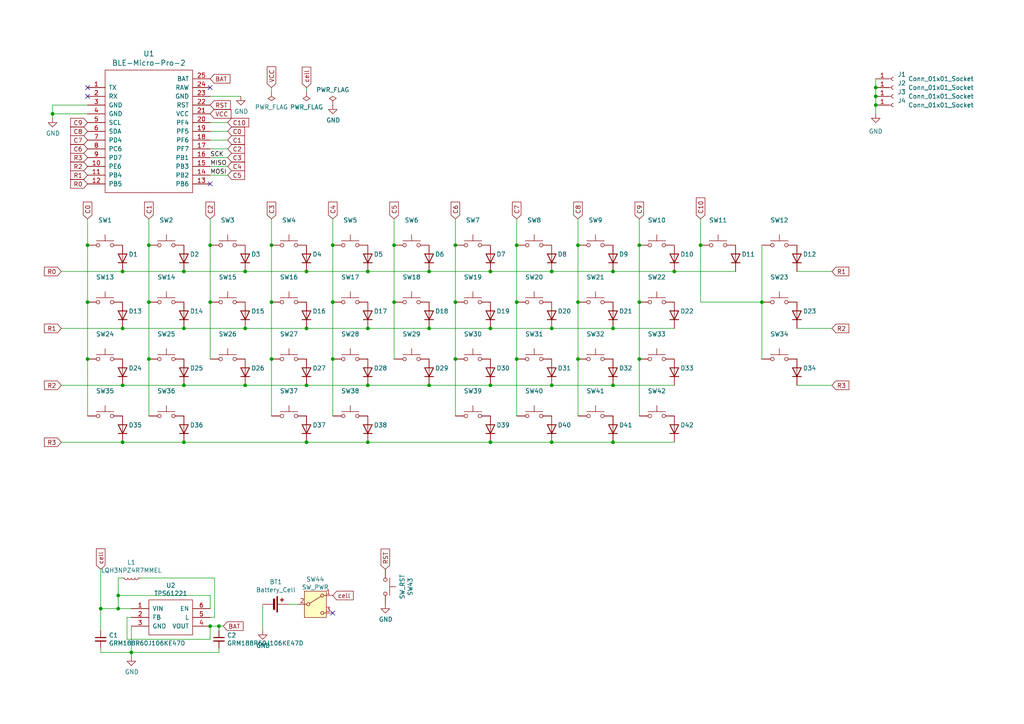
<source format=kicad_sch>
(kicad_sch (version 20250114) (generator "eeschema") (generator_version "9.0")
  (paper "A4")
  (junction (at 160.02 78.74))
  (junction (at 203.2 71.12))
  (junction (at 124.46 78.74))
  (junction (at 160.02 128.27))
  (junction (at 220.98 87.63))
  (junction (at 35.56 111.76))
  (junction (at 53.34 111.76))
  (junction (at 106.68 95.25))
  (junction (at 254 30.48))
  (junction (at 142.24 95.25))
  (junction (at 25.4 104.14))
  (junction (at 60.96 71.12))
  (junction (at 88.9 78.74))
  (junction (at 167.64 104.14))
  (junction (at 34.29 172.72))
  (junction (at 185.42 87.63))
  (junction (at 124.46 111.76))
  (junction (at 185.42 71.12))
  (junction (at 53.34 95.25))
  (junction (at 35.56 128.27))
  (junction (at 53.34 78.74))
  (junction (at 160.02 111.76))
  (junction (at 177.8 95.25))
  (junction (at 254 27.94))
  (junction (at 254 25.4))
  (junction (at 96.52 71.12))
  (junction (at 106.68 128.27))
  (junction (at 177.8 128.27))
  (junction (at 114.3 71.12))
  (junction (at 15.24 33.02))
  (junction (at 96.52 87.63))
  (junction (at 114.3 87.63))
  (junction (at 78.74 87.63))
  (junction (at 35.56 95.25))
  (junction (at 177.8 111.76))
  (junction (at 88.9 128.27))
  (junction (at 167.64 71.12))
  (junction (at 71.12 95.25))
  (junction (at 63.5 181.61))
  (junction (at 43.18 71.12))
  (junction (at 149.86 104.14))
  (junction (at 149.86 71.12))
  (junction (at 149.86 87.63))
  (junction (at 88.9 111.76))
  (junction (at 38.1 189.23))
  (junction (at 25.4 87.63))
  (junction (at 124.46 95.25))
  (junction (at 78.74 104.14))
  (junction (at 29.21 176.53))
  (junction (at 195.58 78.74))
  (junction (at 142.24 111.76))
  (junction (at 60.96 87.63))
  (junction (at 53.34 128.27))
  (junction (at 60.96 181.61))
  (junction (at 185.42 104.14))
  (junction (at 25.4 71.12))
  (junction (at 132.08 104.14))
  (junction (at 142.24 78.74))
  (junction (at 43.18 104.14))
  (junction (at 43.18 87.63))
  (junction (at 71.12 78.74))
  (junction (at 35.56 78.74))
  (junction (at 106.68 78.74))
  (junction (at 160.02 95.25))
  (junction (at 96.52 104.14))
  (junction (at 106.68 111.76))
  (junction (at 132.08 87.63))
  (junction (at 71.12 111.76))
  (junction (at 132.08 71.12))
  (junction (at 177.8 78.74))
  (junction (at 167.64 87.63))
  (junction (at 88.9 95.25))
  (junction (at 142.24 128.27))
  (junction (at 78.74 71.12))
  (junction (at 34.29 176.53))
  (no_connect (at 60.96 25.4))
  (no_connect (at 96.52 177.8))
  (no_connect (at 25.4 25.4))
  (no_connect (at 25.4 27.94))
  (no_connect (at 60.96 53.34))
  (wire (pts (xy 62.23 167.64) (xy 62.23 179.07)))
  (wire (pts (xy 35.56 128.27) (xy 53.34 128.27)))
  (wire (pts (xy 25.4 33.02) (xy 15.24 33.02)))
  (wire (pts (xy 38.1 189.23) (xy 63.5 189.23)))
  (wire (pts (xy 88.9 26.67) (xy 88.9 25.4)))
  (wire (pts (xy 177.8 128.27) (xy 195.58 128.27)))
  (wire (pts (xy 17.78 128.27) (xy 35.56 128.27)))
  (wire (pts (xy 43.18 87.63) (xy 43.18 104.14)))
  (wire (pts (xy 36.83 185.42) (xy 60.96 185.42)))
  (wire (pts (xy 254 25.4) (xy 254 27.94)))
  (wire (pts (xy 38.1 179.07) (xy 36.83 179.07)))
  (wire (pts (xy 177.8 95.25) (xy 195.58 95.25)))
  (wire (pts (xy 231.14 111.76) (xy 241.3 111.76)))
  (wire (pts (xy 17.78 95.25) (xy 35.56 95.25)))
  (wire (pts (xy 96.52 63.5) (xy 96.52 71.12)))
  (wire (pts (xy 124.46 111.76) (xy 142.24 111.76)))
  (wire (pts (xy 167.64 87.63) (xy 167.64 104.14)))
  (wire (pts (xy 185.42 104.14) (xy 185.42 120.65)))
  (wire (pts (xy 60.96 63.5) (xy 60.96 71.12)))
  (wire (pts (xy 114.3 87.63) (xy 114.3 104.14)))
  (wire (pts (xy 203.2 63.5) (xy 203.2 71.12)))
  (wire (pts (xy 53.34 111.76) (xy 71.12 111.76)))
  (wire (pts (xy 142.24 111.76) (xy 160.02 111.76)))
  (wire (pts (xy 88.9 78.74) (xy 106.68 78.74)))
  (wire (pts (xy 88.9 111.76) (xy 106.68 111.76)))
  (wire (pts (xy 36.83 179.07) (xy 36.83 185.42)))
  (wire (pts (xy 106.68 128.27) (xy 142.24 128.27)))
  (wire (pts (xy 203.2 71.12) (xy 203.2 87.63)))
  (wire (pts (xy 60.96 48.26) (xy 66.04 48.26)))
  (wire (pts (xy 177.8 111.76) (xy 195.58 111.76)))
  (wire (pts (xy 40.64 167.64) (xy 62.23 167.64)))
  (wire (pts (xy 106.68 78.74) (xy 124.46 78.74)))
  (wire (pts (xy 63.5 181.61) (xy 63.5 182.88)))
  (wire (pts (xy 231.14 78.74) (xy 241.3 78.74)))
  (wire (pts (xy 132.08 87.63) (xy 132.08 104.14)))
  (wire (pts (xy 34.29 167.64) (xy 34.29 172.72)))
  (wire (pts (xy 142.24 128.27) (xy 160.02 128.27)))
  (wire (pts (xy 25.4 104.14) (xy 25.4 120.65)))
  (wire (pts (xy 106.68 95.25) (xy 124.46 95.25)))
  (wire (pts (xy 71.12 111.76) (xy 88.9 111.76)))
  (wire (pts (xy 160.02 78.74) (xy 177.8 78.74)))
  (wire (pts (xy 167.64 104.14) (xy 167.64 120.65)))
  (wire (pts (xy 142.24 95.25) (xy 160.02 95.25)))
  (wire (pts (xy 38.1 181.61) (xy 38.1 189.23)))
  (wire (pts (xy 132.08 63.5) (xy 132.08 71.12)))
  (wire (pts (xy 53.34 128.27) (xy 88.9 128.27)))
  (wire (pts (xy 160.02 95.25) (xy 177.8 95.25)))
  (wire (pts (xy 60.96 185.42) (xy 60.96 181.61)))
  (wire (pts (xy 220.98 87.63) (xy 220.98 104.14)))
  (wire (pts (xy 78.74 104.14) (xy 78.74 120.65)))
  (wire (pts (xy 149.86 71.12) (xy 149.86 87.63)))
  (wire (pts (xy 88.9 95.25) (xy 106.68 95.25)))
  (wire (pts (xy 25.4 30.48) (xy 15.24 30.48)))
  (wire (pts (xy 132.08 104.14) (xy 132.08 120.65)))
  (wire (pts (xy 167.64 71.12) (xy 167.64 87.63)))
  (wire (pts (xy 78.74 26.67) (xy 78.74 25.4)))
  (wire (pts (xy 114.3 71.12) (xy 114.3 87.63)))
  (wire (pts (xy 88.9 128.27) (xy 106.68 128.27)))
  (wire (pts (xy 177.8 78.74) (xy 195.58 78.74)))
  (wire (pts (xy 78.74 71.12) (xy 78.74 87.63)))
  (wire (pts (xy 203.2 87.63) (xy 220.98 87.63)))
  (wire (pts (xy 149.86 87.63) (xy 149.86 104.14)))
  (wire (pts (xy 60.96 172.72) (xy 34.29 172.72)))
  (wire (pts (xy 254 22.86) (xy 254 25.4)))
  (wire (pts (xy 63.5 181.61) (xy 64.77 181.61)))
  (wire (pts (xy 71.12 78.74) (xy 88.9 78.74)))
  (wire (pts (xy 29.21 189.23) (xy 29.21 187.96)))
  (wire (pts (xy 38.1 176.53) (xy 34.29 176.53)))
  (wire (pts (xy 43.18 104.14) (xy 43.18 120.65)))
  (wire (pts (xy 60.96 176.53) (xy 60.96 172.72)))
  (wire (pts (xy 60.96 43.18) (xy 66.04 43.18)))
  (wire (pts (xy 185.42 71.12) (xy 185.42 87.63)))
  (wire (pts (xy 35.56 111.76) (xy 53.34 111.76)))
  (wire (pts (xy 106.68 111.76) (xy 124.46 111.76)))
  (wire (pts (xy 149.86 63.5) (xy 149.86 71.12)))
  (wire (pts (xy 254 27.94) (xy 254 30.48)))
  (wire (pts (xy 43.18 71.12) (xy 43.18 87.63)))
  (wire (pts (xy 60.96 35.56) (xy 66.04 35.56)))
  (wire (pts (xy 78.74 87.63) (xy 78.74 104.14)))
  (wire (pts (xy 185.42 63.5) (xy 185.42 71.12)))
  (wire (pts (xy 38.1 189.23) (xy 38.1 190.5)))
  (wire (pts (xy 60.96 38.1) (xy 66.04 38.1)))
  (wire (pts (xy 35.56 78.74) (xy 53.34 78.74)))
  (wire (pts (xy 220.98 71.12) (xy 220.98 87.63)))
  (wire (pts (xy 17.78 111.76) (xy 35.56 111.76)))
  (wire (pts (xy 96.52 87.63) (xy 96.52 104.14)))
  (wire (pts (xy 60.96 181.61) (xy 63.5 181.61)))
  (wire (pts (xy 185.42 87.63) (xy 185.42 104.14)))
  (wire (pts (xy 53.34 95.25) (xy 71.12 95.25)))
  (wire (pts (xy 63.5 189.23) (xy 63.5 187.96)))
  (wire (pts (xy 195.58 78.74) (xy 213.36 78.74)))
  (wire (pts (xy 60.96 87.63) (xy 60.96 104.14)))
  (wire (pts (xy 60.96 40.64) (xy 66.04 40.64)))
  (wire (pts (xy 60.96 71.12) (xy 60.96 87.63)))
  (wire (pts (xy 76.2 175.26) (xy 76.2 182.88)))
  (wire (pts (xy 96.52 104.14) (xy 96.52 120.65)))
  (wire (pts (xy 60.96 50.8) (xy 66.04 50.8)))
  (wire (pts (xy 124.46 95.25) (xy 142.24 95.25)))
  (wire (pts (xy 167.64 63.5) (xy 167.64 71.12)))
  (wire (pts (xy 17.78 78.74) (xy 35.56 78.74)))
  (wire (pts (xy 124.46 78.74) (xy 142.24 78.74)))
  (wire (pts (xy 62.23 179.07) (xy 60.96 179.07)))
  (wire (pts (xy 60.96 27.94) (xy 69.85 27.94)))
  (wire (pts (xy 53.34 78.74) (xy 71.12 78.74)))
  (wire (pts (xy 132.08 71.12) (xy 132.08 87.63)))
  (wire (pts (xy 25.4 87.63) (xy 25.4 104.14)))
  (wire (pts (xy 66.04 45.72) (xy 60.96 45.72)))
  (wire (pts (xy 38.1 189.23) (xy 29.21 189.23)))
  (wire (pts (xy 142.24 78.74) (xy 160.02 78.74)))
  (wire (pts (xy 96.52 71.12) (xy 96.52 87.63)))
  (wire (pts (xy 15.24 33.02) (xy 15.24 34.29)))
  (wire (pts (xy 83.82 175.26) (xy 86.36 175.26)))
  (wire (pts (xy 78.74 63.5) (xy 78.74 71.12)))
  (wire (pts (xy 34.29 176.53) (xy 29.21 176.53)))
  (wire (pts (xy 160.02 111.76) (xy 177.8 111.76)))
  (wire (pts (xy 25.4 63.5) (xy 25.4 71.12)))
  (wire (pts (xy 35.56 167.64) (xy 34.29 167.64)))
  (wire (pts (xy 35.56 95.25) (xy 53.34 95.25)))
  (wire (pts (xy 34.29 172.72) (xy 34.29 176.53)))
  (wire (pts (xy 25.4 71.12) (xy 25.4 87.63)))
  (wire (pts (xy 71.12 95.25) (xy 88.9 95.25)))
  (wire (pts (xy 149.86 104.14) (xy 149.86 120.65)))
  (wire (pts (xy 15.24 30.48) (xy 15.24 33.02)))
  (wire (pts (xy 231.14 95.25) (xy 241.3 95.25)))
  (wire (pts (xy 254 30.48) (xy 254 33.02)))
  (wire (pts (xy 29.21 176.53) (xy 29.21 182.88)))
  (wire (pts (xy 160.02 128.27) (xy 177.8 128.27)))
  (wire (pts (xy 114.3 63.5) (xy 114.3 71.12)))
  (wire (pts (xy 29.21 165.1) (xy 29.21 176.53)))
  (wire (pts (xy 43.18 63.5) (xy 43.18 71.12)))
  (label "SCK" (at 60.96 45.72 0))
  (label "MISO" (at 60.96 48.26 0))
  (label "MOSI" (at 60.96 50.8 0))
  (global_label "C8" (shape input) (at 167.64 63.5 90) (property "Intersheetrefs" "${INTERSHEET_REFS}" (effects (hide yes))))
  (global_label "R3" (shape input) (at 17.78 128.27 180) (property "Intersheetrefs" "${INTERSHEET_REFS}" (effects (hide yes))))
  (global_label "BAT" (shape input) (at 64.77 181.61 0) (property "Intersheetrefs" "${INTERSHEET_REFS}" (effects (hide yes))))
  (global_label "R3" (shape input) (at 241.3 111.76 0) (property "Intersheetrefs" "${INTERSHEET_REFS}" (effects (hide yes))))
  (global_label "cell" (shape input) (at 88.9 25.4 90) (property "Intersheetrefs" "${INTERSHEET_REFS}" (effects (hide yes))))
  (global_label "C1" (shape input) (at 66.04 40.64 0) (property "Intersheetrefs" "${INTERSHEET_REFS}" (effects (hide yes))))
  (global_label "C9" (shape input) (at 185.42 63.5 90) (property "Intersheetrefs" "${INTERSHEET_REFS}" (effects (hide yes))))
  (global_label "R1" (shape input) (at 17.78 95.25 180) (property "Intersheetrefs" "${INTERSHEET_REFS}" (effects (hide yes))))
  (global_label "R2" (shape input) (at 25.4 48.26 180) (property "Intersheetrefs" "${INTERSHEET_REFS}" (effects (hide yes))))
  (global_label "C6" (shape input) (at 132.08 63.5 90) (property "Intersheetrefs" "${INTERSHEET_REFS}" (effects (hide yes))))
  (global_label "R1" (shape input) (at 241.3 78.74 0) (property "Intersheetrefs" "${INTERSHEET_REFS}" (effects (hide yes))))
  (global_label "C2" (shape input) (at 60.96 63.5 90) (property "Intersheetrefs" "${INTERSHEET_REFS}" (effects (hide yes))))
  (global_label "R1" (shape input) (at 25.4 50.8 180) (property "Intersheetrefs" "${INTERSHEET_REFS}" (effects (hide yes))))
  (global_label "C9" (shape input) (at 25.4 35.56 180) (property "Intersheetrefs" "${INTERSHEET_REFS}" (effects (hide yes))))
  (global_label "R0" (shape input) (at 17.78 78.74 180) (property "Intersheetrefs" "${INTERSHEET_REFS}" (effects (hide yes))))
  (global_label "R2" (shape input) (at 241.3 95.25 0) (property "Intersheetrefs" "${INTERSHEET_REFS}" (effects (hide yes))))
  (global_label "C4" (shape input) (at 96.52 63.5 90) (property "Intersheetrefs" "${INTERSHEET_REFS}" (effects (hide yes))))
  (global_label "R2" (shape input) (at 17.78 111.76 180) (property "Intersheetrefs" "${INTERSHEET_REFS}" (effects (hide yes))))
  (global_label "VCC" (shape input) (at 60.96 33.02 0) (property "Intersheetrefs" "${INTERSHEET_REFS}" (effects (hide yes))))
  (global_label "C0" (shape input) (at 25.4 63.5 90) (property "Intersheetrefs" "${INTERSHEET_REFS}" (effects (hide yes))))
  (global_label "C1" (shape input) (at 43.18 63.5 90) (property "Intersheetrefs" "${INTERSHEET_REFS}" (effects (hide yes))))
  (global_label "RST" (shape input) (at 60.96 30.48 0) (property "Intersheetrefs" "${INTERSHEET_REFS}" (effects (hide yes))))
  (global_label "C3" (shape input) (at 66.04 45.72 0) (property "Intersheetrefs" "${INTERSHEET_REFS}" (effects (hide yes))))
  (global_label "RST" (shape input) (at 111.76 165.1 90) (property "Intersheetrefs" "${INTERSHEET_REFS}" (effects (hide yes))))
  (global_label "R0" (shape input) (at 25.4 53.34 180) (property "Intersheetrefs" "${INTERSHEET_REFS}" (effects (hide yes))))
  (global_label "cell" (shape input) (at 29.21 165.1 90) (property "Intersheetrefs" "${INTERSHEET_REFS}" (effects (hide yes))))
  (global_label "C4" (shape input) (at 66.04 48.26 0) (property "Intersheetrefs" "${INTERSHEET_REFS}" (effects (hide yes))))
  (global_label "C3" (shape input) (at 78.74 63.5 90) (property "Intersheetrefs" "${INTERSHEET_REFS}" (effects (hide yes))))
  (global_label "C7" (shape input) (at 149.86 63.5 90) (property "Intersheetrefs" "${INTERSHEET_REFS}" (effects (hide yes))))
  (global_label "R3" (shape input) (at 25.4 45.72 180) (property "Intersheetrefs" "${INTERSHEET_REFS}" (effects (hide yes))))
  (global_label "C7" (shape input) (at 25.4 40.64 180) (property "Intersheetrefs" "${INTERSHEET_REFS}" (effects (hide yes))))
  (global_label "BAT" (shape input) (at 60.96 22.86 0) (property "Intersheetrefs" "${INTERSHEET_REFS}" (effects (hide yes))))
  (global_label "VCC" (shape input) (at 78.74 25.4 90) (property "Intersheetrefs" "${INTERSHEET_REFS}" (effects (hide yes))))
  (global_label "C10" (shape input) (at 203.2 63.5 90) (property "Intersheetrefs" "${INTERSHEET_REFS}" (effects (hide yes))))
  (global_label "C6" (shape input) (at 25.4 43.18 180) (property "Intersheetrefs" "${INTERSHEET_REFS}" (effects (hide yes))))
  (global_label "C0" (shape input) (at 66.04 38.1 0) (property "Intersheetrefs" "${INTERSHEET_REFS}" (effects (hide yes))))
  (global_label "C5" (shape input) (at 66.04 50.8 0) (property "Intersheetrefs" "${INTERSHEET_REFS}" (effects (hide yes))))
  (global_label "cell" (shape input) (at 96.52 172.72 0) (property "Intersheetrefs" "${INTERSHEET_REFS}" (effects (hide yes))))
  (global_label "C2" (shape input) (at 66.04 43.18 0) (property "Intersheetrefs" "${INTERSHEET_REFS}" (effects (hide yes))))
  (global_label "C5" (shape input) (at 114.3 63.5 90) (property "Intersheetrefs" "${INTERSHEET_REFS}" (effects (hide yes))))
  (global_label "C8" (shape input) (at 25.4 38.1 180) (property "Intersheetrefs" "${INTERSHEET_REFS}" (effects (hide yes))))
  (global_label "C10" (shape input) (at 66.04 35.56 0) (property "Intersheetrefs" "${INTERSHEET_REFS}" (effects (hide yes))))
  (symbol (lib_id "power:PWR_FLAG") (at 88.9 26.67 180) (unit 1)
    (property "Reference" "#FLG02" (effects (hide yes)))
    (property "Value" "PWR_FLAG" (at 88.9 31.0642 0))
  )
  (symbol (lib_id "Device:Battery_Cell") (at 78.74 175.26 270) (mirror x) (unit 1)
    (property "Reference" "BT1" (at 80.01 168.783 90))
    (property "Value" "Battery_Cell" (at 80.01 171.0944 90))
    (property "Footprint" "Battery:BatteryHolder_Keystone_2466_1xAAA" (effects (hide yes)))
  )
  (symbol (lib_id "power:GND") (at 76.2 182.88 0) (unit 1)
    (property "Reference" "#PWR06" (effects (hide yes)))
    (property "Value" "GND" (at 76.327 187.2742 0))
  )
  (symbol (lib_id "Switch:SW_Push") (at 30.48 71.12 0) (unit 1)
    (property "Reference" "SW1" (at 30.48 63.881 0))
    (property "Value" "CPG151101S11-16" (hide yes))
    (property "Footprint" "cscslib:CPG151101S11_1.5u" (effects (hide yes)))
  )
  (symbol (lib_id "Diode:1N4148W") (at 35.56 74.93 90) (unit 1)
    (property "Reference" "D1" (at 37.2872 73.7616 90) (effects (justify right)))
    (property "Value" "1N4148W" (hide yes))
    (property "Footprint" "Diode_SMD:D_SOD-123" (effects (hide yes)))
    (property "Datasheet" "https://www.vishay.com/docs/85748/1n4148w.pdf" (effects (hide yes)))
    (property "Description" "75V 0.15A Fast Switching Diode, SOD-123" (effects (hide yes)))
    (property "Sim.Device" "D" (effects (hide yes)))
    (property "Sim.Pins" "1=K 2=A" (effects (hide yes)))
  )
  (symbol (lib_id "Switch:SW_Push") (at 48.26 71.12 0) (unit 1)
    (property "Reference" "SW2" (at 48.26 63.881 0))
    (property "Value" "CPG151101S11-16" (hide yes))
    (property "Footprint" "cscslib:CPG151101S11_1u" (effects (hide yes)))
  )
  (symbol (lib_id "Diode:1N4148W") (at 53.34 74.93 90) (unit 1)
    (property "Reference" "D2" (at 55.0672 73.7616 90) (effects (justify right)))
    (property "Value" "1N4148W" (hide yes))
    (property "Footprint" "Diode_SMD:D_SOD-123" (effects (hide yes)))
    (property "Datasheet" "https://www.vishay.com/docs/85748/1n4148w.pdf" (effects (hide yes)))
    (property "Description" "75V 0.15A Fast Switching Diode, SOD-123" (effects (hide yes)))
    (property "Sim.Device" "D" (effects (hide yes)))
    (property "Sim.Pins" "1=K 2=A" (effects (hide yes)))
  )
  (symbol (lib_id "Switch:SW_Push") (at 66.04 71.12 0) (unit 1)
    (property "Reference" "SW3" (at 66.04 63.881 0))
    (property "Value" "CPG151101S11-16" (hide yes))
    (property "Footprint" "cscslib:CPG151101S11_1u" (effects (hide yes)))
  )
  (symbol (lib_id "Diode:1N4148W") (at 71.12 74.93 90) (unit 1)
    (property "Reference" "D3" (at 72.8472 73.7616 90) (effects (justify right)))
    (property "Value" "1N4148W" (hide yes))
    (property "Footprint" "Diode_SMD:D_SOD-123" (effects (hide yes)))
    (property "Datasheet" "https://www.vishay.com/docs/85748/1n4148w.pdf" (effects (hide yes)))
    (property "Description" "75V 0.15A Fast Switching Diode, SOD-123" (effects (hide yes)))
    (property "Sim.Device" "D" (effects (hide yes)))
    (property "Sim.Pins" "1=K 2=A" (effects (hide yes)))
  )
  (symbol (lib_id "Switch:SW_Push") (at 83.82 71.12 0) (unit 1)
    (property "Reference" "SW4" (at 83.82 63.881 0))
    (property "Value" "CPG151101S11-16" (hide yes))
    (property "Footprint" "cscslib:CPG151101S11_1u" (effects (hide yes)))
  )
  (symbol (lib_id "Diode:1N4148W") (at 88.9 74.93 90) (unit 1)
    (property "Reference" "D4" (at 90.6272 73.7616 90) (effects (justify right)))
    (property "Value" "1N4148W" (hide yes))
    (property "Footprint" "Diode_SMD:D_SOD-123" (effects (hide yes)))
    (property "Datasheet" "https://www.vishay.com/docs/85748/1n4148w.pdf" (effects (hide yes)))
    (property "Description" "75V 0.15A Fast Switching Diode, SOD-123" (effects (hide yes)))
    (property "Sim.Device" "D" (effects (hide yes)))
    (property "Sim.Pins" "1=K 2=A" (effects (hide yes)))
  )
  (symbol (lib_id "Switch:SW_Push") (at 101.6 71.12 0) (unit 1)
    (property "Reference" "SW5" (at 101.6 63.881 0))
    (property "Value" "CPG151101S11-16" (hide yes))
    (property "Footprint" "cscslib:CPG151101S11_1u" (effects (hide yes)))
  )
  (symbol (lib_id "Diode:1N4148W") (at 106.68 74.93 90) (unit 1)
    (property "Reference" "D5" (at 108.4072 73.7616 90) (effects (justify right)))
    (property "Value" "1N4148W" (hide yes))
    (property "Footprint" "Diode_SMD:D_SOD-123" (effects (hide yes)))
    (property "Datasheet" "https://www.vishay.com/docs/85748/1n4148w.pdf" (effects (hide yes)))
    (property "Description" "75V 0.15A Fast Switching Diode, SOD-123" (effects (hide yes)))
    (property "Sim.Device" "D" (effects (hide yes)))
    (property "Sim.Pins" "1=K 2=A" (effects (hide yes)))
  )
  (symbol (lib_id "Switch:SW_Push") (at 119.38 71.12 0) (unit 1)
    (property "Reference" "SW6" (at 119.38 63.881 0))
    (property "Value" "CPG151101S11-16" (hide yes))
    (property "Footprint" "cscslib:CPG151101S11_1u" (effects (hide yes)))
  )
  (symbol (lib_id "Diode:1N4148W") (at 124.46 74.93 90) (unit 1)
    (property "Reference" "D6" (at 126.1872 73.7616 90) (effects (justify right)))
    (property "Value" "1N4148W" (hide yes))
    (property "Footprint" "Diode_SMD:D_SOD-123" (effects (hide yes)))
    (property "Datasheet" "https://www.vishay.com/docs/85748/1n4148w.pdf" (effects (hide yes)))
    (property "Description" "75V 0.15A Fast Switching Diode, SOD-123" (effects (hide yes)))
    (property "Sim.Device" "D" (effects (hide yes)))
    (property "Sim.Pins" "1=K 2=A" (effects (hide yes)))
  )
  (symbol (lib_id "Switch:SW_SPDT") (at 91.44 175.26 0) (unit 1)
    (property "Reference" "SW44" (at 91.44 168.021 0))
    (property "Value" "SW_PWR" (at 91.44 170.3324 0))
    (property "Footprint" "cscslib:SLIDE_SWITCH_SK-12D01" (effects (hide yes)))
  )
  (symbol (lib_id "Switch:SW_Push") (at 30.48 87.63 0) (unit 1)
    (property "Reference" "SW13" (at 30.48 80.391 0))
    (property "Value" "CPG151101S11-16" (hide yes))
    (property "Footprint" "cscslib:CPG151101S11_1.75u" (effects (hide yes)))
  )
  (symbol (lib_id "Diode:1N4148W") (at 35.56 91.44 90) (unit 1)
    (property "Reference" "D13" (at 37.2872 90.2716 90) (effects (justify right)))
    (property "Value" "1N4148W" (hide yes))
    (property "Footprint" "Diode_SMD:D_SOD-123" (effects (hide yes)))
    (property "Datasheet" "https://www.vishay.com/docs/85748/1n4148w.pdf" (effects (hide yes)))
    (property "Description" "75V 0.15A Fast Switching Diode, SOD-123" (effects (hide yes)))
    (property "Sim.Device" "D" (effects (hide yes)))
    (property "Sim.Pins" "1=K 2=A" (effects (hide yes)))
  )
  (symbol (lib_id "Switch:SW_Push") (at 48.26 87.63 0) (unit 1)
    (property "Reference" "SW14" (at 48.26 80.391 0))
    (property "Value" "CPG151101S11-16" (hide yes))
    (property "Footprint" "cscslib:CPG151101S11_1u" (effects (hide yes)))
  )
  (symbol (lib_id "Diode:1N4148W") (at 53.34 91.44 90) (unit 1)
    (property "Reference" "D14" (at 55.0672 90.2716 90) (effects (justify right)))
    (property "Value" "1N4148W" (hide yes))
    (property "Footprint" "Diode_SMD:D_SOD-123" (effects (hide yes)))
    (property "Datasheet" "https://www.vishay.com/docs/85748/1n4148w.pdf" (effects (hide yes)))
    (property "Description" "75V 0.15A Fast Switching Diode, SOD-123" (effects (hide yes)))
    (property "Sim.Device" "D" (effects (hide yes)))
    (property "Sim.Pins" "1=K 2=A" (effects (hide yes)))
  )
  (symbol (lib_id "Switch:SW_Push") (at 66.04 87.63 0) (unit 1)
    (property "Reference" "SW15" (at 66.04 80.391 0))
    (property "Value" "CPG151101S11-16" (hide yes))
    (property "Footprint" "cscslib:CPG151101S11_1u" (effects (hide yes)))
  )
  (symbol (lib_id "Diode:1N4148W") (at 71.12 91.44 90) (unit 1)
    (property "Reference" "D15" (at 72.8472 90.2716 90) (effects (justify right)))
    (property "Value" "1N4148W" (hide yes))
    (property "Footprint" "Diode_SMD:D_SOD-123" (effects (hide yes)))
    (property "Datasheet" "https://www.vishay.com/docs/85748/1n4148w.pdf" (effects (hide yes)))
    (property "Description" "75V 0.15A Fast Switching Diode, SOD-123" (effects (hide yes)))
    (property "Sim.Device" "D" (effects (hide yes)))
    (property "Sim.Pins" "1=K 2=A" (effects (hide yes)))
  )
  (symbol (lib_id "Switch:SW_Push") (at 83.82 87.63 0) (unit 1)
    (property "Reference" "SW16" (at 83.82 80.391 0))
    (property "Value" "CPG151101S11-16" (hide yes))
    (property "Footprint" "cscslib:CPG151101S11_1u" (effects (hide yes)))
  )
  (symbol (lib_id "Diode:1N4148W") (at 88.9 91.44 90) (unit 1)
    (property "Reference" "D16" (at 90.6272 90.2716 90) (effects (justify right)))
    (property "Value" "1N4148W" (hide yes))
    (property "Footprint" "Diode_SMD:D_SOD-123" (effects (hide yes)))
    (property "Datasheet" "https://www.vishay.com/docs/85748/1n4148w.pdf" (effects (hide yes)))
    (property "Description" "75V 0.15A Fast Switching Diode, SOD-123" (effects (hide yes)))
    (property "Sim.Device" "D" (effects (hide yes)))
    (property "Sim.Pins" "1=K 2=A" (effects (hide yes)))
  )
  (symbol (lib_id "Switch:SW_Push") (at 101.6 87.63 0) (unit 1)
    (property "Reference" "SW17" (at 101.6 80.391 0))
    (property "Value" "CPG151101S11-16" (hide yes))
    (property "Footprint" "cscslib:CPG151101S11_1u" (effects (hide yes)))
  )
  (symbol (lib_id "Diode:1N4148W") (at 106.68 91.44 90) (unit 1)
    (property "Reference" "D17" (at 108.4072 90.2716 90) (effects (justify right)))
    (property "Value" "1N4148W" (hide yes))
    (property "Footprint" "Diode_SMD:D_SOD-123" (effects (hide yes)))
    (property "Datasheet" "https://www.vishay.com/docs/85748/1n4148w.pdf" (effects (hide yes)))
    (property "Description" "75V 0.15A Fast Switching Diode, SOD-123" (effects (hide yes)))
    (property "Sim.Device" "D" (effects (hide yes)))
    (property "Sim.Pins" "1=K 2=A" (effects (hide yes)))
  )
  (symbol (lib_id "Switch:SW_Push") (at 119.38 87.63 0) (unit 1)
    (property "Reference" "SW18" (at 119.38 80.391 0))
    (property "Value" "CPG151101S11-16" (hide yes))
    (property "Footprint" "cscslib:CPG151101S11_1u" (effects (hide yes)))
  )
  (symbol (lib_id "Diode:1N4148W") (at 124.46 91.44 90) (unit 1)
    (property "Reference" "D18" (at 126.1872 90.2716 90) (effects (justify right)))
    (property "Value" "1N4148W" (hide yes))
    (property "Footprint" "Diode_SMD:D_SOD-123" (effects (hide yes)))
    (property "Datasheet" "https://www.vishay.com/docs/85748/1n4148w.pdf" (effects (hide yes)))
    (property "Description" "75V 0.15A Fast Switching Diode, SOD-123" (effects (hide yes)))
    (property "Sim.Device" "D" (effects (hide yes)))
    (property "Sim.Pins" "1=K 2=A" (effects (hide yes)))
  )
  (symbol (lib_id "Switch:SW_Push") (at 30.48 104.14 0) (unit 1)
    (property "Reference" "SW24" (at 30.48 96.901 0))
    (property "Value" "CPG151101S11-16" (hide yes))
    (property "Footprint" "cscslib:CPG151101S11_2.25u" (effects (hide yes)))
  )
  (symbol (lib_id "Diode:1N4148W") (at 35.56 107.95 90) (unit 1)
    (property "Reference" "D24" (at 37.2872 106.7816 90) (effects (justify right)))
    (property "Value" "1N4148W" (hide yes))
    (property "Footprint" "Diode_SMD:D_SOD-123" (effects (hide yes)))
    (property "Datasheet" "https://www.vishay.com/docs/85748/1n4148w.pdf" (effects (hide yes)))
    (property "Description" "75V 0.15A Fast Switching Diode, SOD-123" (effects (hide yes)))
    (property "Sim.Device" "D" (effects (hide yes)))
    (property "Sim.Pins" "1=K 2=A" (effects (hide yes)))
  )
  (symbol (lib_id "Switch:SW_Push") (at 48.26 104.14 0) (unit 1)
    (property "Reference" "SW25" (at 48.26 96.901 0))
    (property "Value" "CPG151101S11-16" (hide yes))
    (property "Footprint" "cscslib:CPG151101S11_1u" (effects (hide yes)))
  )
  (symbol (lib_id "Diode:1N4148W") (at 53.34 107.95 90) (unit 1)
    (property "Reference" "D25" (at 55.0672 106.7816 90) (effects (justify right)))
    (property "Value" "1N4148W" (hide yes))
    (property "Footprint" "Diode_SMD:D_SOD-123" (effects (hide yes)))
    (property "Datasheet" "https://www.vishay.com/docs/85748/1n4148w.pdf" (effects (hide yes)))
    (property "Description" "75V 0.15A Fast Switching Diode, SOD-123" (effects (hide yes)))
    (property "Sim.Device" "D" (effects (hide yes)))
    (property "Sim.Pins" "1=K 2=A" (effects (hide yes)))
  )
  (symbol (lib_id "Switch:SW_Push") (at 66.04 104.14 0) (unit 1)
    (property "Reference" "SW26" (at 66.04 96.901 0))
    (property "Value" "CPG151101S11-16" (hide yes))
    (property "Footprint" "cscslib:CPG151101S11_1u" (effects (hide yes)))
  )
  (symbol (lib_id "Diode:1N4148W") (at 71.12 107.95 90) (unit 1)
    (property "Reference" "D26" (at 72.8472 106.7816 90) (effects (justify right)))
    (property "Value" "1N4148W" (hide yes))
    (property "Footprint" "Diode_SMD:D_SOD-123" (effects (hide yes)))
    (property "Datasheet" "https://www.vishay.com/docs/85748/1n4148w.pdf" (effects (hide yes)))
    (property "Description" "75V 0.15A Fast Switching Diode, SOD-123" (effects (hide yes)))
    (property "Sim.Device" "D" (effects (hide yes)))
    (property "Sim.Pins" "1=K 2=A" (effects (hide yes)))
  )
  (symbol (lib_id "Switch:SW_Push") (at 83.82 104.14 0) (unit 1)
    (property "Reference" "SW27" (at 83.82 96.901 0))
    (property "Value" "CPG151101S11-16" (hide yes))
    (property "Footprint" "cscslib:CPG151101S11_1u" (effects (hide yes)))
  )
  (symbol (lib_id "Diode:1N4148W") (at 88.9 107.95 90) (unit 1)
    (property "Reference" "D27" (at 90.6272 106.7816 90) (effects (justify right)))
    (property "Value" "1N4148W" (hide yes))
    (property "Footprint" "Diode_SMD:D_SOD-123" (effects (hide yes)))
    (property "Datasheet" "https://www.vishay.com/docs/85748/1n4148w.pdf" (effects (hide yes)))
    (property "Description" "75V 0.15A Fast Switching Diode, SOD-123" (effects (hide yes)))
    (property "Sim.Device" "D" (effects (hide yes)))
    (property "Sim.Pins" "1=K 2=A" (effects (hide yes)))
  )
  (symbol (lib_id "Switch:SW_Push") (at 101.6 104.14 0) (unit 1)
    (property "Reference" "SW28" (at 101.6 96.901 0))
    (property "Value" "CPG151101S11-16" (hide yes))
    (property "Footprint" "cscslib:CPG151101S11_1u" (effects (hide yes)))
  )
  (symbol (lib_id "Diode:1N4148W") (at 106.68 107.95 90) (unit 1)
    (property "Reference" "D28" (at 108.4072 106.7816 90) (effects (justify right)))
    (property "Value" "1N4148W" (hide yes))
    (property "Footprint" "Diode_SMD:D_SOD-123" (effects (hide yes)))
    (property "Datasheet" "https://www.vishay.com/docs/85748/1n4148w.pdf" (effects (hide yes)))
    (property "Description" "75V 0.15A Fast Switching Diode, SOD-123" (effects (hide yes)))
    (property "Sim.Device" "D" (effects (hide yes)))
    (property "Sim.Pins" "1=K 2=A" (effects (hide yes)))
  )
  (symbol (lib_id "Switch:SW_Push") (at 119.38 104.14 0) (unit 1)
    (property "Reference" "SW29" (at 119.38 96.901 0))
    (property "Value" "CPG151101S11-16" (hide yes))
    (property "Footprint" "cscslib:CPG151101S11_1u" (effects (hide yes)))
  )
  (symbol (lib_id "Diode:1N4148W") (at 124.46 107.95 90) (unit 1)
    (property "Reference" "D29" (at 126.1872 106.7816 90) (effects (justify right)))
    (property "Value" "1N4148W" (hide yes))
    (property "Footprint" "Diode_SMD:D_SOD-123" (effects (hide yes)))
    (property "Datasheet" "https://www.vishay.com/docs/85748/1n4148w.pdf" (effects (hide yes)))
    (property "Description" "75V 0.15A Fast Switching Diode, SOD-123" (effects (hide yes)))
    (property "Sim.Device" "D" (effects (hide yes)))
    (property "Sim.Pins" "1=K 2=A" (effects (hide yes)))
  )
  (symbol (lib_id "Switch:SW_Push") (at 137.16 71.12 0) (unit 1)
    (property "Reference" "SW7" (at 137.16 63.881 0))
    (property "Value" "CPG151101S11-16" (hide yes))
    (property "Footprint" "cscslib:CPG151101S11_1u" (effects (hide yes)))
  )
  (symbol (lib_id "Diode:1N4148W") (at 142.24 74.93 90) (unit 1)
    (property "Reference" "D7" (at 143.9672 73.7616 90) (effects (justify right)))
    (property "Value" "1N4148W" (hide yes))
    (property "Footprint" "Diode_SMD:D_SOD-123" (effects (hide yes)))
    (property "Datasheet" "https://www.vishay.com/docs/85748/1n4148w.pdf" (effects (hide yes)))
    (property "Description" "75V 0.15A Fast Switching Diode, SOD-123" (effects (hide yes)))
    (property "Sim.Device" "D" (effects (hide yes)))
    (property "Sim.Pins" "1=K 2=A" (effects (hide yes)))
  )
  (symbol (lib_id "Switch:SW_Push") (at 137.16 87.63 0) (unit 1)
    (property "Reference" "SW19" (at 137.16 80.391 0))
    (property "Value" "CPG151101S11-16" (hide yes))
    (property "Footprint" "cscslib:CPG151101S11_1u" (effects (hide yes)))
  )
  (symbol (lib_id "Diode:1N4148W") (at 142.24 91.44 90) (unit 1)
    (property "Reference" "D19" (at 143.9672 90.2716 90) (effects (justify right)))
    (property "Value" "1N4148W" (hide yes))
    (property "Footprint" "Diode_SMD:D_SOD-123" (effects (hide yes)))
    (property "Datasheet" "https://www.vishay.com/docs/85748/1n4148w.pdf" (effects (hide yes)))
    (property "Description" "75V 0.15A Fast Switching Diode, SOD-123" (effects (hide yes)))
    (property "Sim.Device" "D" (effects (hide yes)))
    (property "Sim.Pins" "1=K 2=A" (effects (hide yes)))
  )
  (symbol (lib_id "Switch:SW_Push") (at 172.72 104.14 0) (unit 1)
    (property "Reference" "SW32" (at 172.72 96.901 0))
    (property "Value" "CPG151101S11-16" (hide yes))
    (property "Footprint" "cscslib:CPG151101S11_1u" (effects (hide yes)))
  )
  (symbol (lib_id "Diode:1N4148W") (at 177.8 107.95 90) (unit 1)
    (property "Reference" "D32" (at 179.5272 106.7816 90) (effects (justify right)))
    (property "Value" "1N4148W" (hide yes))
    (property "Footprint" "Diode_SMD:D_SOD-123" (effects (hide yes)))
    (property "Datasheet" "https://www.vishay.com/docs/85748/1n4148w.pdf" (effects (hide yes)))
    (property "Description" "75V 0.15A Fast Switching Diode, SOD-123" (effects (hide yes)))
    (property "Sim.Device" "D" (effects (hide yes)))
    (property "Sim.Pins" "1=K 2=A" (effects (hide yes)))
  )
  (symbol (lib_id "power:GND") (at 15.24 34.29 0) (unit 1)
    (property "Reference" "#PWR04" (effects (hide yes)))
    (property "Value" "GND" (at 15.367 38.6842 0))
  )
  (symbol (lib_id "power:GND") (at 69.85 27.94 0) (unit 1)
    (property "Reference" "#PWR01" (effects (hide yes)))
    (property "Value" "GND" (at 69.977 32.3342 0))
  )
  (symbol (lib_id "power:GND") (at 96.52 30.48 0) (unit 1)
    (property "Reference" "#PWR02" (effects (hide yes)))
    (property "Value" "GND" (at 96.647 34.8742 0))
  )
  (symbol (lib_id "power:PWR_FLAG") (at 96.52 30.48 0) (unit 1)
    (property "Reference" "#FLG03" (effects (hide yes)))
    (property "Value" "PWR_FLAG" (at 96.52 26.0604 0))
  )
  (symbol (lib_id "power:PWR_FLAG") (at 78.74 26.67 180) (unit 1)
    (property "Reference" "#FLG01" (effects (hide yes)))
    (property "Value" "PWR_FLAG" (at 78.74 31.0642 0))
  )
  (symbol (lib_id "Switch:SW_Push") (at 111.76 170.18 270) (unit 1)
    (property "Reference" "SW43" (at 118.999 170.18 0))
    (property "Value" "SW_RST" (at 116.6876 170.18 0))
    (property "Footprint" "cscslib:TACT_SWITCH_TVBP06" (effects (hide yes)))
  )
  (symbol (lib_id "power:GND") (at 111.76 175.26 0) (unit 1)
    (property "Reference" "#PWR05" (effects (hide yes)))
    (property "Value" "GND" (at 111.887 179.6542 0))
  )
  (symbol (lib_id "Device:C_Small") (at 29.21 185.42 0) (unit 1)
    (property "Reference" "C1" (at 31.5468 184.2516 0) (effects (justify left)))
    (property "Value" "GRM188R60J106KE47D" (at 31.5468 186.563 0) (effects (justify left)))
    (property "Footprint" "Capacitor_SMD:C_0603_1608Metric_Pad1.08x0.95mm_HandSolder" (effects (hide yes)))
    (property "Description" "Unpolarized capacitor, small symbol" (effects (hide yes)))
  )
  (symbol (lib_id "Device:C_Small") (at 63.5 185.42 0) (unit 1)
    (property "Reference" "C2" (at 65.8368 184.2516 0) (effects (justify left)))
    (property "Value" "GRM188R60J106KE47D" (at 65.8368 186.563 0) (effects (justify left)))
    (property "Footprint" "Capacitor_SMD:C_0603_1608Metric_Pad1.08x0.95mm_HandSolder" (effects (hide yes)))
    (property "Description" "Unpolarized capacitor, small symbol" (effects (hide yes)))
  )
  (symbol (lib_id "Device:L_Small") (at 38.1 167.64 270) (unit 1)
    (property "Reference" "L1" (at 38.1 163.1188 90))
    (property "Value" "LQH3NPZ4R7MMEL" (at 38.1 165.4302 90))
    (property "Footprint" "Inductor_SMD:L_Taiyo-Yuden_NR-30xx_HandSoldering" (effects (hide yes)))
  )
  (symbol (lib_id "power:GND") (at 38.1 190.5 0) (unit 1)
    (property "Reference" "#PWR07" (effects (hide yes)))
    (property "Value" "GND" (at 38.227 194.8942 0))
  )
  (symbol (lib_id "cscslib:TPS61221") (at 49.53 179.07 0) (unit 1)
    (property "Reference" "U2" (at 49.53 169.799 0))
    (property "Value" "TPS61221" (at 49.53 172.1104 0))
    (property "Footprint" "Package_TO_SOT_SMD:SOT-363_SC-70-6_Handsoldering" (effects (hide yes)))
  )
  (symbol (lib_id "cscslib:BLE-Micro-Pro-2") (at 43.18 38.1 0) (unit 1)
    (property "Reference" "U1" (at 43.18 15.5702 0) (effects (font (size 1.524 1.524))))
    (property "Value" "BLE-Micro-Pro-2" (at 43.18 18.2626 0) (effects (font (size 1.524 1.524))))
    (property "Footprint" "cscslib:BLEMicroPro-2N" (effects (hide yes)))
  )
  (symbol (lib_id "Switch:SW_Push") (at 154.94 71.12 0) (unit 1)
    (property "Reference" "SW8" (at 154.94 63.881 0))
    (property "Value" "CPG151101S11-16" (hide yes))
    (property "Footprint" "cscslib:CPG151101S11_1u" (effects (hide yes)))
  )
  (symbol (lib_id "Diode:1N4148W") (at 160.02 74.93 90) (unit 1)
    (property "Reference" "D8" (at 161.7472 73.7616 90) (effects (justify right)))
    (property "Value" "1N4148W" (hide yes))
    (property "Footprint" "Diode_SMD:D_SOD-123" (effects (hide yes)))
    (property "Datasheet" "https://www.vishay.com/docs/85748/1n4148w.pdf" (effects (hide yes)))
    (property "Description" "75V 0.15A Fast Switching Diode, SOD-123" (effects (hide yes)))
    (property "Sim.Device" "D" (effects (hide yes)))
    (property "Sim.Pins" "1=K 2=A" (effects (hide yes)))
  )
  (symbol (lib_id "Switch:SW_Push") (at 154.94 87.63 0) (unit 1)
    (property "Reference" "SW20" (at 154.94 80.391 0))
    (property "Value" "CPG151101S11-16" (hide yes))
    (property "Footprint" "cscslib:CPG151101S11_1u" (effects (hide yes)))
  )
  (symbol (lib_id "Diode:1N4148W") (at 160.02 91.44 90) (unit 1)
    (property "Reference" "D20" (at 161.7472 90.2716 90) (effects (justify right)))
    (property "Value" "1N4148W" (hide yes))
    (property "Footprint" "Diode_SMD:D_SOD-123" (effects (hide yes)))
    (property "Datasheet" "https://www.vishay.com/docs/85748/1n4148w.pdf" (effects (hide yes)))
    (property "Description" "75V 0.15A Fast Switching Diode, SOD-123" (effects (hide yes)))
    (property "Sim.Device" "D" (effects (hide yes)))
    (property "Sim.Pins" "1=K 2=A" (effects (hide yes)))
  )
  (symbol (lib_id "Switch:SW_Push") (at 137.16 104.14 0) (unit 1)
    (property "Reference" "SW30" (at 137.16 96.901 0))
    (property "Value" "CPG151101S11-16" (hide yes))
    (property "Footprint" "cscslib:CPG151101S11_1u" (effects (hide yes)))
  )
  (symbol (lib_id "Diode:1N4148W") (at 142.24 107.95 90) (unit 1)
    (property "Reference" "D30" (at 143.9672 106.7816 90) (effects (justify right)))
    (property "Value" "1N4148W" (hide yes))
    (property "Footprint" "Diode_SMD:D_SOD-123" (effects (hide yes)))
    (property "Datasheet" "https://www.vishay.com/docs/85748/1n4148w.pdf" (effects (hide yes)))
    (property "Description" "75V 0.15A Fast Switching Diode, SOD-123" (effects (hide yes)))
    (property "Sim.Device" "D" (effects (hide yes)))
    (property "Sim.Pins" "1=K 2=A" (effects (hide yes)))
  )
  (symbol (lib_id "Switch:SW_Push") (at 172.72 71.12 0) (unit 1)
    (property "Reference" "SW9" (at 172.72 63.881 0))
    (property "Value" "CPG151101S11-16" (hide yes))
    (property "Footprint" "cscslib:CPG151101S11_1u" (effects (hide yes)))
  )
  (symbol (lib_id "Diode:1N4148W") (at 177.8 74.93 90) (unit 1)
    (property "Reference" "D9" (at 179.5272 73.7616 90) (effects (justify right)))
    (property "Value" "1N4148W" (hide yes))
    (property "Footprint" "Diode_SMD:D_SOD-123" (effects (hide yes)))
    (property "Datasheet" "https://www.vishay.com/docs/85748/1n4148w.pdf" (effects (hide yes)))
    (property "Description" "75V 0.15A Fast Switching Diode, SOD-123" (effects (hide yes)))
    (property "Sim.Device" "D" (effects (hide yes)))
    (property "Sim.Pins" "1=K 2=A" (effects (hide yes)))
  )
  (symbol (lib_id "Switch:SW_Push") (at 172.72 87.63 0) (unit 1)
    (property "Reference" "SW21" (at 172.72 80.391 0))
    (property "Value" "CPG151101S11-16" (hide yes))
    (property "Footprint" "cscslib:CPG151101S11_1u" (effects (hide yes)))
  )
  (symbol (lib_id "Diode:1N4148W") (at 177.8 91.44 90) (unit 1)
    (property "Reference" "D21" (at 179.5272 90.2716 90) (effects (justify right)))
    (property "Value" "1N4148W" (hide yes))
    (property "Footprint" "Diode_SMD:D_SOD-123" (effects (hide yes)))
    (property "Datasheet" "https://www.vishay.com/docs/85748/1n4148w.pdf" (effects (hide yes)))
    (property "Description" "75V 0.15A Fast Switching Diode, SOD-123" (effects (hide yes)))
    (property "Sim.Device" "D" (effects (hide yes)))
    (property "Sim.Pins" "1=K 2=A" (effects (hide yes)))
  )
  (symbol (lib_id "Switch:SW_Push") (at 226.06 87.63 0) (unit 1)
    (property "Reference" "SW23" (at 226.06 80.391 0))
    (property "Value" "CPG151101S11-16" (hide yes))
    (property "Footprint" "cscslib:CPG151101S11_2.25u" (effects (hide yes)))
  )
  (symbol (lib_id "Diode:1N4148W") (at 231.14 91.44 90) (unit 1)
    (property "Reference" "D23" (at 232.8672 90.2716 90) (effects (justify right)))
    (property "Value" "1N4148W" (hide yes))
    (property "Footprint" "Diode_SMD:D_SOD-123" (effects (hide yes)))
    (property "Datasheet" "https://www.vishay.com/docs/85748/1n4148w.pdf" (effects (hide yes)))
    (property "Description" "75V 0.15A Fast Switching Diode, SOD-123" (effects (hide yes)))
    (property "Sim.Device" "D" (effects (hide yes)))
    (property "Sim.Pins" "1=K 2=A" (effects (hide yes)))
  )
  (symbol (lib_id "Switch:SW_Push") (at 190.5 71.12 0) (unit 1)
    (property "Reference" "SW10" (at 190.5 63.881 0))
    (property "Value" "CPG151101S11-16" (hide yes))
    (property "Footprint" "cscslib:CPG151101S11_1u" (effects (hide yes)))
  )
  (symbol (lib_id "Diode:1N4148W") (at 195.58 74.93 90) (unit 1)
    (property "Reference" "D10" (at 197.3072 73.7616 90) (effects (justify right)))
    (property "Value" "1N4148W" (hide yes))
    (property "Footprint" "Diode_SMD:D_SOD-123" (effects (hide yes)))
    (property "Datasheet" "https://www.vishay.com/docs/85748/1n4148w.pdf" (effects (hide yes)))
    (property "Description" "75V 0.15A Fast Switching Diode, SOD-123" (effects (hide yes)))
    (property "Sim.Device" "D" (effects (hide yes)))
    (property "Sim.Pins" "1=K 2=A" (effects (hide yes)))
  )
  (symbol (lib_id "Switch:SW_Push") (at 190.5 87.63 0) (unit 1)
    (property "Reference" "SW22" (at 190.5 80.391 0))
    (property "Value" "CPG151101S11-16" (hide yes))
    (property "Footprint" "cscslib:CPG151101S11_1u" (effects (hide yes)))
  )
  (symbol (lib_id "Diode:1N4148W") (at 195.58 91.44 90) (unit 1)
    (property "Reference" "D22" (at 197.3072 90.2716 90) (effects (justify right)))
    (property "Value" "1N4148W" (hide yes))
    (property "Footprint" "Diode_SMD:D_SOD-123" (effects (hide yes)))
    (property "Datasheet" "https://www.vishay.com/docs/85748/1n4148w.pdf" (effects (hide yes)))
    (property "Description" "75V 0.15A Fast Switching Diode, SOD-123" (effects (hide yes)))
    (property "Sim.Device" "D" (effects (hide yes)))
    (property "Sim.Pins" "1=K 2=A" (effects (hide yes)))
  )
  (symbol (lib_id "Switch:SW_Push") (at 208.28 71.12 0) (unit 1)
    (property "Reference" "SW11" (at 208.28 63.881 0))
    (property "Value" "CPG151101S11-16" (hide yes))
    (property "Footprint" "cscslib:CPG151101S11_1u" (effects (hide yes)))
  )
  (symbol (lib_id "Diode:1N4148W") (at 213.36 74.93 90) (unit 1)
    (property "Reference" "D11" (at 215.0872 73.7616 90) (effects (justify right)))
    (property "Value" "1N4148W" (hide yes))
    (property "Footprint" "Diode_SMD:D_SOD-123" (effects (hide yes)))
    (property "Datasheet" "https://www.vishay.com/docs/85748/1n4148w.pdf" (effects (hide yes)))
    (property "Description" "75V 0.15A Fast Switching Diode, SOD-123" (effects (hide yes)))
    (property "Sim.Device" "D" (effects (hide yes)))
    (property "Sim.Pins" "1=K 2=A" (effects (hide yes)))
  )
  (symbol (lib_id "Switch:SW_Push") (at 154.94 104.14 0) (unit 1)
    (property "Reference" "SW31" (at 154.94 96.901 0))
    (property "Value" "CPG151101S11-16" (hide yes))
    (property "Footprint" "cscslib:CPG151101S11_1u" (effects (hide yes)))
  )
  (symbol (lib_id "Diode:1N4148W") (at 160.02 107.95 90) (unit 1)
    (property "Reference" "D31" (at 161.7472 106.7816 90) (effects (justify right)))
    (property "Value" "1N4148W" (hide yes))
    (property "Footprint" "Diode_SMD:D_SOD-123" (effects (hide yes)))
    (property "Datasheet" "https://www.vishay.com/docs/85748/1n4148w.pdf" (effects (hide yes)))
    (property "Description" "75V 0.15A Fast Switching Diode, SOD-123" (effects (hide yes)))
    (property "Sim.Device" "D" (effects (hide yes)))
    (property "Sim.Pins" "1=K 2=A" (effects (hide yes)))
  )
  (symbol (lib_id "Switch:SW_Push") (at 226.06 71.12 0) (unit 1)
    (property "Reference" "SW12" (at 226.06 63.881 0))
    (property "Value" "CPG151101S11-16" (hide yes))
    (property "Footprint" "cscslib:CPG151101S11_1.5u" (effects (hide yes)))
  )
  (symbol (lib_id "Diode:1N4148W") (at 231.14 74.93 90) (unit 1)
    (property "Reference" "D12" (at 232.8672 73.7616 90) (effects (justify right)))
    (property "Value" "1N4148W" (hide yes))
    (property "Footprint" "Diode_SMD:D_SOD-123" (effects (hide yes)))
    (property "Datasheet" "https://www.vishay.com/docs/85748/1n4148w.pdf" (effects (hide yes)))
    (property "Description" "75V 0.15A Fast Switching Diode, SOD-123" (effects (hide yes)))
    (property "Sim.Device" "D" (effects (hide yes)))
    (property "Sim.Pins" "1=K 2=A" (effects (hide yes)))
  )
  (symbol (lib_id "Diode:1N4148W") (at 142.24 124.46 90) (unit 1)
    (property "Reference" "D39" (at 143.9672 123.2916 90) (effects (justify right)))
    (property "Value" "1N4148W" (hide yes))
    (property "Footprint" "Diode_SMD:D_SOD-123" (effects (hide yes)))
    (property "Datasheet" "https://www.vishay.com/docs/85748/1n4148w.pdf" (effects (hide yes)))
    (property "Description" "75V 0.15A Fast Switching Diode, SOD-123" (effects (hide yes)))
    (property "Sim.Device" "D" (effects (hide yes)))
    (property "Sim.Pins" "1=K 2=A" (effects (hide yes)))
  )
  (symbol (lib_id "Switch:SW_Push") (at 137.16 120.65 0) (unit 1)
    (property "Reference" "SW39" (at 137.16 113.411 0))
    (property "Value" "CPG151101S11-16" (hide yes))
    (property "Footprint" "cscslib:CPG151101S11_2.25u" (effects (hide yes)))
  )
  (symbol (lib_id "Switch:SW_Push") (at 101.6 120.65 0) (unit 1)
    (property "Reference" "SW38" (at 101.6 113.411 0))
    (property "Value" "CPG151101S11-16" (hide yes))
    (property "Footprint" "cscslib:CPG151101S11_2u" (effects (hide yes)))
  )
  (symbol (lib_id "Diode:1N4148W") (at 160.02 124.46 90) (unit 1)
    (property "Reference" "D40" (at 161.7472 123.2916 90) (effects (justify right)))
    (property "Value" "1N4148W" (hide yes))
    (property "Footprint" "Diode_SMD:D_SOD-123" (effects (hide yes)))
    (property "Datasheet" "https://www.vishay.com/docs/85748/1n4148w.pdf" (effects (hide yes)))
    (property "Description" "75V 0.15A Fast Switching Diode, SOD-123" (effects (hide yes)))
    (property "Sim.Device" "D" (effects (hide yes)))
    (property "Sim.Pins" "1=K 2=A" (effects (hide yes)))
  )
  (symbol (lib_id "Switch:SW_Push") (at 154.94 120.65 0) (unit 1)
    (property "Reference" "SW40" (at 154.94 113.411 0))
    (property "Value" "CPG151101S11-16" (hide yes))
    (property "Footprint" "cscslib:CPG151101S11_1.25u" (effects (hide yes)))
  )
  (symbol (lib_id "Diode:1N4148W") (at 195.58 124.46 90) (unit 1)
    (property "Reference" "D42" (at 197.3072 123.2916 90) (effects (justify right)))
    (property "Value" "1N4148W" (hide yes))
    (property "Footprint" "Diode_SMD:D_SOD-123" (effects (hide yes)))
    (property "Datasheet" "https://www.vishay.com/docs/85748/1n4148w.pdf" (effects (hide yes)))
    (property "Description" "75V 0.15A Fast Switching Diode, SOD-123" (effects (hide yes)))
    (property "Sim.Device" "D" (effects (hide yes)))
    (property "Sim.Pins" "1=K 2=A" (effects (hide yes)))
  )
  (symbol (lib_id "Switch:SW_Push") (at 226.06 104.14 0) (unit 1)
    (property "Reference" "SW34" (at 226.06 96.901 0))
    (property "Value" "CPG151101S11-16" (hide yes))
    (property "Footprint" "cscslib:CPG151101S11_1.75u" (effects (hide yes)))
  )
  (symbol (lib_id "Diode:1N4148W") (at 53.34 124.46 90) (unit 1)
    (property "Reference" "D36" (at 55.0672 123.2916 90) (effects (justify right)))
    (property "Value" "1N4148W" (hide yes))
    (property "Footprint" "Diode_SMD:D_SOD-123" (effects (hide yes)))
    (property "Datasheet" "https://www.vishay.com/docs/85748/1n4148w.pdf" (effects (hide yes)))
    (property "Description" "75V 0.15A Fast Switching Diode, SOD-123" (effects (hide yes)))
    (property "Sim.Device" "D" (effects (hide yes)))
    (property "Sim.Pins" "1=K 2=A" (effects (hide yes)))
  )
  (symbol (lib_id "Switch:SW_Push") (at 172.72 120.65 0) (unit 1)
    (property "Reference" "SW41" (at 172.72 113.411 0))
    (property "Value" "CPG151101S11-16" (hide yes))
    (property "Footprint" "cscslib:CPG151101S11_1.25u" (effects (hide yes)))
  )
  (symbol (lib_id "Switch:SW_Push") (at 48.26 120.65 0) (unit 1)
    (property "Reference" "SW36" (at 48.26 113.411 0))
    (property "Value" "CPG151101S11-16" (hide yes))
    (property "Footprint" "cscslib:CPG151101S11_1.25u" (effects (hide yes)))
  )
  (symbol (lib_id "Diode:1N4148W") (at 35.56 124.46 90) (unit 1)
    (property "Reference" "D35" (at 37.2872 123.2916 90) (effects (justify right)))
    (property "Value" "1N4148W" (hide yes))
    (property "Footprint" "Diode_SMD:D_SOD-123" (effects (hide yes)))
    (property "Datasheet" "https://www.vishay.com/docs/85748/1n4148w.pdf" (effects (hide yes)))
    (property "Description" "75V 0.15A Fast Switching Diode, SOD-123" (effects (hide yes)))
    (property "Sim.Device" "D" (effects (hide yes)))
    (property "Sim.Pins" "1=K 2=A" (effects (hide yes)))
  )
  (symbol (lib_id "Switch:SW_Push") (at 30.48 120.65 0) (unit 1)
    (property "Reference" "SW35" (at 30.48 113.411 0))
    (property "Value" "CPG151101S11-16" (hide yes))
    (property "Footprint" "cscslib:CPG151101S11_1.25u" (effects (hide yes)))
  )
  (symbol (lib_id "Switch:SW_Push") (at 83.82 120.65 0) (unit 1)
    (property "Reference" "SW37" (at 83.82 113.411 0))
    (property "Value" "CPG151101S11-16" (hide yes))
    (property "Footprint" "cscslib:CPG151101S11_1.25u" (effects (hide yes)))
  )
  (symbol (lib_id "Diode:1N4148W") (at 195.58 107.95 90) (unit 1)
    (property "Reference" "D33" (at 197.3072 106.7816 90) (effects (justify right)))
    (property "Value" "1N4148W" (hide yes))
    (property "Footprint" "Diode_SMD:D_SOD-123" (effects (hide yes)))
    (property "Datasheet" "https://www.vishay.com/docs/85748/1n4148w.pdf" (effects (hide yes)))
    (property "Description" "75V 0.15A Fast Switching Diode, SOD-123" (effects (hide yes)))
    (property "Sim.Device" "D" (effects (hide yes)))
    (property "Sim.Pins" "1=K 2=A" (effects (hide yes)))
  )
  (symbol (lib_id "Diode:1N4148W") (at 106.68 124.46 90) (unit 1)
    (property "Reference" "D38" (at 108.4072 123.2916 90) (effects (justify right)))
    (property "Value" "1N4148W" (hide yes))
    (property "Footprint" "Diode_SMD:D_SOD-123" (effects (hide yes)))
    (property "Datasheet" "https://www.vishay.com/docs/85748/1n4148w.pdf" (effects (hide yes)))
    (property "Description" "75V 0.15A Fast Switching Diode, SOD-123" (effects (hide yes)))
    (property "Sim.Device" "D" (effects (hide yes)))
    (property "Sim.Pins" "1=K 2=A" (effects (hide yes)))
  )
  (symbol (lib_id "Connector:Conn_01x01_Socket") (at 259.08 25.4 0) (unit 1)
    (property "Reference" "J2" (at 260.35 24.1299 0) (effects (justify left)))
    (property "Value" "Conn_01x01_Socket" (at 263.398 25.4 0) (effects (justify left)))
    (property "Footprint" "cscslib:HOLE_M2" (effects (hide yes)))
    (property "Description" "Generic connector, single row, 01x01, script generated" (effects (hide yes)))
  )
  (symbol (lib_id "power:GND") (at 254 33.02 0) (unit 1)
    (property "Reference" "#PWR03" (effects (hide yes)))
    (property "Value" "GND" (at 254 38.1 0))
    (property "Description" "Power symbol creates a global label with name \"GND\" , ground" (effects (hide yes)))
  )
  (symbol (lib_id "Diode:1N4148W") (at 177.8 124.46 90) (unit 1)
    (property "Reference" "D41" (at 179.5272 123.2916 90) (effects (justify right)))
    (property "Value" "1N4148W" (hide yes))
    (property "Footprint" "Diode_SMD:D_SOD-123" (effects (hide yes)))
    (property "Datasheet" "https://www.vishay.com/docs/85748/1n4148w.pdf" (effects (hide yes)))
    (property "Description" "75V 0.15A Fast Switching Diode, SOD-123" (effects (hide yes)))
    (property "Sim.Device" "D" (effects (hide yes)))
    (property "Sim.Pins" "1=K 2=A" (effects (hide yes)))
  )
  (symbol (lib_id "Switch:SW_Push") (at 190.5 120.65 0) (unit 1)
    (property "Reference" "SW42" (at 190.5 113.411 0))
    (property "Value" "CPG151101S11-16" (hide yes))
    (property "Footprint" "cscslib:CPG151101S11_1.25u" (effects (hide yes)))
  )
  (symbol (lib_id "Connector:Conn_01x01_Socket") (at 259.08 30.48 0) (unit 1)
    (property "Reference" "J4" (at 260.35 29.2099 0) (effects (justify left)))
    (property "Value" "Conn_01x01_Socket" (at 263.398 30.48 0) (effects (justify left)))
    (property "Footprint" "cscslib:HOLE_M2" (effects (hide yes)))
    (property "Description" "Generic connector, single row, 01x01, script generated" (effects (hide yes)))
  )
  (symbol (lib_id "Diode:1N4148W") (at 88.9 124.46 90) (unit 1)
    (property "Reference" "D37" (at 90.6272 123.2916 90) (effects (justify right)))
    (property "Value" "1N4148W" (hide yes))
    (property "Footprint" "Diode_SMD:D_SOD-123" (effects (hide yes)))
    (property "Datasheet" "https://www.vishay.com/docs/85748/1n4148w.pdf" (effects (hide yes)))
    (property "Description" "75V 0.15A Fast Switching Diode, SOD-123" (effects (hide yes)))
    (property "Sim.Device" "D" (effects (hide yes)))
    (property "Sim.Pins" "1=K 2=A" (effects (hide yes)))
  )
  (symbol (lib_id "Connector:Conn_01x01_Socket") (at 259.08 27.94 0) (unit 1)
    (property "Reference" "J3" (at 260.35 26.6699 0) (effects (justify left)))
    (property "Value" "Conn_01x01_Socket" (at 263.398 27.94 0) (effects (justify left)))
    (property "Footprint" "cscslib:HOLE_M2" (effects (hide yes)))
    (property "Description" "Generic connector, single row, 01x01, script generated" (effects (hide yes)))
  )
  (symbol (lib_id "Connector:Conn_01x01_Socket") (at 259.08 22.86 0) (unit 1)
    (property "Reference" "J1" (at 260.35 21.5899 0) (effects (justify left)))
    (property "Value" "Conn_01x01_Socket" (at 263.398 22.86 0) (effects (justify left)))
    (property "Footprint" "cscslib:HOLE_M2" (effects (hide yes)))
    (property "Description" "Generic connector, single row, 01x01, script generated" (effects (hide yes)))
  )
  (symbol (lib_id "Switch:SW_Push") (at 190.5 104.14 0) (unit 1)
    (property "Reference" "SW33" (at 190.5 96.901 0))
    (property "Value" "CPG151101S11-16" (hide yes))
    (property "Footprint" "cscslib:CPG151101S11_1u" (effects (hide yes)))
  )
  (symbol (lib_id "Diode:1N4148W") (at 231.14 107.95 90) (unit 1)
    (property "Reference" "D34" (at 232.8672 106.7816 90) (effects (justify right)))
    (property "Value" "1N4148W" (hide yes))
    (property "Footprint" "Diode_SMD:D_SOD-123" (effects (hide yes)))
    (property "Datasheet" "https://www.vishay.com/docs/85748/1n4148w.pdf" (effects (hide yes)))
    (property "Description" "75V 0.15A Fast Switching Diode, SOD-123" (effects (hide yes)))
    (property "Sim.Device" "D" (effects (hide yes)))
    (property "Sim.Pins" "1=K 2=A" (effects (hide yes)))
  )
)
</source>
